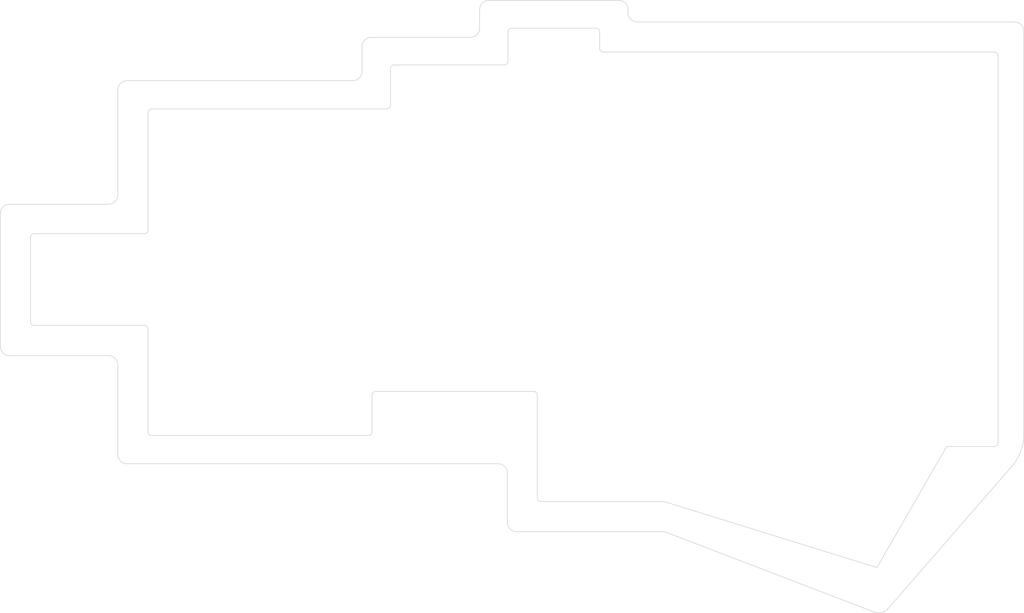
<source format=kicad_pcb>
(kicad_pcb (version 20211014) (generator pcbnew)

  (general
    (thickness 1.6)
  )

  (paper "A4")
  (layers
    (0 "F.Cu" signal)
    (31 "B.Cu" signal)
    (32 "B.Adhes" user "B.Adhesive")
    (33 "F.Adhes" user "F.Adhesive")
    (34 "B.Paste" user)
    (35 "F.Paste" user)
    (36 "B.SilkS" user "B.Silkscreen")
    (37 "F.SilkS" user "F.Silkscreen")
    (38 "B.Mask" user)
    (39 "F.Mask" user)
    (40 "Dwgs.User" user "User.Drawings")
    (41 "Cmts.User" user "User.Comments")
    (42 "Eco1.User" user "User.Eco1")
    (43 "Eco2.User" user "User.Eco2")
    (44 "Edge.Cuts" user)
    (45 "Margin" user)
    (46 "B.CrtYd" user "B.Courtyard")
    (47 "F.CrtYd" user "F.Courtyard")
    (48 "B.Fab" user)
    (49 "F.Fab" user)
    (50 "User.1" user)
    (51 "User.2" user)
    (52 "User.3" user)
    (53 "User.4" user)
    (54 "User.5" user)
    (55 "User.6" user)
    (56 "User.7" user)
    (57 "User.8" user)
    (58 "User.9" user)
  )

  (setup
    (stackup
      (layer "F.SilkS" (type "Top Silk Screen"))
      (layer "F.Paste" (type "Top Solder Paste"))
      (layer "F.Mask" (type "Top Solder Mask") (thickness 0.01))
      (layer "F.Cu" (type "copper") (thickness 0.035))
      (layer "dielectric 1" (type "core") (thickness 1.51) (material "FR4") (epsilon_r 4.5) (loss_tangent 0.02))
      (layer "B.Cu" (type "copper") (thickness 0.035))
      (layer "B.Mask" (type "Bottom Solder Mask") (thickness 0.01))
      (layer "B.Paste" (type "Bottom Solder Paste"))
      (layer "B.SilkS" (type "Bottom Silk Screen"))
      (copper_finish "None")
      (dielectric_constraints no)
    )
    (pad_to_mask_clearance 0)
    (pcbplotparams
      (layerselection 0x0001000_7ffffffe)
      (disableapertmacros false)
      (usegerberextensions true)
      (usegerberattributes false)
      (usegerberadvancedattributes false)
      (creategerberjobfile false)
      (svguseinch false)
      (svgprecision 6)
      (excludeedgelayer true)
      (plotframeref false)
      (viasonmask false)
      (mode 1)
      (useauxorigin false)
      (hpglpennumber 1)
      (hpglpenspeed 20)
      (hpglpendiameter 15.000000)
      (dxfpolygonmode true)
      (dxfimperialunits true)
      (dxfusepcbnewfont true)
      (psnegative false)
      (psa4output false)
      (plotreference true)
      (plotvalue true)
      (plotinvisibletext false)
      (sketchpadsonfab false)
      (subtractmaskfromsilk false)
      (outputformat 5)
      (mirror false)
      (drillshape 0)
      (scaleselection 1)
      (outputdirectory "../case/")
    )
  )

  (net 0 "")

  (gr_arc (start 128.25 -16.625) (mid 128.669856 -16.451121) (end 128.84375 -16.03125) (layer "Edge.Cuts") (width 0.1) (tstamp 02c4ce60-d9c4-4215-93d1-4547bfa6433e))
  (gr_arc (start -27.015625 27.609375) (mid -27.43547 27.43547) (end -27.609375 27.015625) (layer "Edge.Cuts") (width 0.1) (tstamp 05fb8650-70d5-4771-b7d6-b42a5adc932e))
  (gr_arc (start 30.578125 -8.015625) (mid 30.40422 -7.59578) (end 29.984375 -7.421875) (layer "Edge.Cuts") (width 0.1) (tstamp 0d1e272f-4d04-4035-b7ed-deefe6edcebb))
  (gr_line (start 120.53125 47.203125) (end 109.25 66.796875) (layer "Edge.Cuts") (width 0.1) (tstamp 12c51d09-b54b-425f-aa04-f1434a0317fa))
  (gr_line (start 74.8125 56.109375) (end 54.921875 56.109375) (layer "Edge.Cuts") (width 0.1) (tstamp 16074777-50ec-4fcd-bec3-1815068ab09a))
  (gr_arc (start -13.5 -10.5) (mid -13.06066 -11.560659) (end -12 -12) (layer "Edge.Cuts") (width 0.1) (tstamp 218688bd-bb85-4adc-b9d8-04e08a273e2d))
  (gr_line (start 75.618034 61.263932) (end 108.551317 73.897366) (layer "Edge.Cuts") (width 0.1) (tstamp 27ec786a-c993-4c9a-aeb1-c6fbf3519ef8))
  (gr_line (start 128.25 47.203125) (end 120.53125 47.203125) (layer "Edge.Cuts") (width 0.1) (tstamp 2ac775b1-5713-40e8-8bb8-075620f5a13d))
  (gr_arc (start 65.015625 -16.625) (mid 64.59578 -16.798905) (end 64.421875 -17.21875) (layer "Edge.Cuts") (width 0.1) (tstamp 2e04c139-3d8d-4bbd-8366-b1c04f2208d9))
  (gr_line (start 49.578125 -15.140625) (end 49.578125 -19.890625) (layer "Edge.Cuts") (width 0.1) (tstamp 3020572b-5780-4932-a461-20d3a94b58c6))
  (gr_line (start 50.171875 -20.484375) (end 63.828125 -20.484375) (layer "Edge.Cuts") (width 0.1) (tstamp 4137c9a6-1d5b-49d2-8c3c-d61c5574abcf))
  (gr_line (start 64.421875 -19.890625) (end 64.421875 -17.21875) (layer "Edge.Cuts") (width 0.1) (tstamp 4197e197-184b-4060-9315-a3a716ad9d5a))
  (gr_arc (start 45 -23.5) (mid 45.43934 -24.560659) (end 46.5 -25) (layer "Edge.Cuts") (width 0.1) (tstamp 442f5304-84ae-4aa0-a65d-ab6cc42867f2))
  (gr_line (start 67.5 -25) (end 49.5 -25) (layer "Edge.Cuts") (width 0.1) (tstamp 44736c8e-2607-4012-87f0-309a06a469e6))
  (gr_line (start 131 50.5) (end 111 73.5) (layer "Edge.Cuts") (width 0.1) (tstamp 476912c2-65da-47a3-88b5-d43cb60548ce))
  (gr_arc (start 128.84375 46.609375) (mid 128.669818 47.029171) (end 128.25 47.203125) (layer "Edge.Cuts") (width 0.1) (tstamp 488958a2-8985-4c98-b46c-a5a52746692a))
  (gr_line (start -27.015625 12.765625) (end -9.203125 12.765625) (layer "Edge.Cuts") (width 0.1) (tstamp 4a2ecf41-5a9a-495a-bd44-20ff1c53f52f))
  (gr_arc (start 48 50) (mid 49.06066 50.43934) (end 49.5 51.5) (layer "Edge.Cuts") (width 0.1) (tstamp 4fbe04c8-55e5-457f-9955-be3644559b6d))
  (gr_arc (start -15 32.5) (mid -13.93934 32.93934) (end -13.5 34) (layer "Edge.Cuts") (width 0.1) (tstamp 57e4007c-ceeb-4e9c-988c-c49637da2139))
  (gr_line (start 69 -23) (end 69 -23.5) (layer "Edge.Cuts") (width 0.1) (tstamp 58ceb97d-f09d-4cd4-8aff-3523383345b2))
  (gr_line (start 27.609375 44.828125) (end 27.609375 38.890625) (layer "Edge.Cuts") (width 0.1) (tstamp 58d4e486-1e5a-4d41-9700-ccc2a5b67928))
  (gr_line (start 30.578125 -8.015625) (end 30.578125 -13.953125) (layer "Edge.Cuts") (width 0.1) (tstamp 5ce00d27-1c27-43f9-8397-2d14c29fdb70))
  (gr_arc (start -8.609375 -6.828125) (mid -8.43547 -7.24797) (end -8.015625 -7.421875) (layer "Edge.Cuts") (width 0.1) (tstamp 5f3712bc-746a-49bc-973f-c93cf8995e82))
  (gr_arc (start 63.828125 -20.484375) (mid 64.24797 -20.31047) (end 64.421875 -19.890625) (layer "Edge.Cuts") (width 0.1) (tstamp 606655b4-40f3-42fe-94e7-953f5e4de847))
  (gr_line (start 31.171875 -14.546875) (end 48.984375 -14.546875) (layer "Edge.Cuts") (width 0.1) (tstamp 646ae507-98fb-4dd0-bef6-7da1aa02f015))
  (gr_arc (start 74.5 61) (mid 75.074382 61.066878) (end 75.618034 61.263932) (layer "Edge.Cuts") (width 0.1) (tstamp 69660601-3cac-47b7-951f-39fd2dc0cf4b))
  (gr_line (start -12 50) (end 48 50) (layer "Edge.Cuts") (width 0.1) (tstamp 6dc573fb-e0a8-46ef-8ead-5a396344f87f))
  (gr_arc (start 54.921875 56.109375) (mid 54.50203 55.93547) (end 54.328125 55.515625) (layer "Edge.Cuts") (width 0.1) (tstamp 6e527a48-774f-47e1-b290-e5fecfde7940))
  (gr_line (start -13.5 -10.5) (end -13.5 6.5) (layer "Edge.Cuts") (width 0.1) (tstamp 70921b80-4a63-4609-b176-62fef2423ae1))
  (gr_line (start 109.25 66.796875) (end 74.8125 56.109375) (layer "Edge.Cuts") (width 0.1) (tstamp 7b9d1605-a111-424f-bf2c-bdc6ac72ba97))
  (gr_line (start 128.84375 -16.03125) (end 128.84375 46.609375) (layer "Edge.Cuts") (width 0.1) (tstamp 7ed3c0a2-f59e-4e62-a83e-fab48e614c53))
  (gr_line (start -8.609375 12.171875) (end -8.609375 -6.828125) (layer "Edge.Cuts") (width 0.1) (tstamp 7fab9913-e0b9-4924-a734-7ebb1e5a86ae))
  (gr_arc (start 131.5 -21.5) (mid 132.56066 -21.06066) (end 133 -20) (layer "Edge.Cuts") (width 0.1) (tstamp 83e44ad1-ac8c-44be-ba11-dedd452ea5b2))
  (gr_line (start 51 61) (end 74.5 61) (layer "Edge.Cuts") (width 0.1) (tstamp 894ff266-3bed-4d51-a782-277a2684c80e))
  (gr_line (start -32.5 9.5) (end -32.5 31) (layer "Edge.Cuts") (width 0.1) (tstamp 89b5064c-ed6c-41c5-976b-b84fccb13b3a))
  (gr_arc (start 27.609375 38.890625) (mid 27.78328 38.47078) (end 28.203125 38.296875) (layer "Edge.Cuts") (width 0.1) (tstamp 8a150fcb-03f5-4c47-91a1-c3acae301dc8))
  (gr_line (start -27.015625 27.609375) (end -9.203125 27.609375) (layer "Edge.Cuts") (width 0.1) (tstamp 8b70c209-364c-423c-b2cf-5cad81048d8f))
  (gr_line (start -8.609375 44.828125) (end -8.609375 28.203125) (layer "Edge.Cuts") (width 0.1) (tstamp 8cbf1428-bf7c-43a2-9637-3f4c6d2ffd9d))
  (gr_arc (start 49.578125 -15.140625) (mid 49.40422 -14.72078) (end 48.984375 -14.546875) (layer "Edge.Cuts") (width 0.1) (tstamp 8df6d52f-bb56-4cd7-95ee-faf6dd02884e))
  (gr_arc (start 30.578125 -13.953125) (mid 30.75203 -14.37297) (end 31.171875 -14.546875) (layer "Edge.Cuts") (width 0.1) (tstamp 9108ba0f-f082-4a02-a835-c0abf0764ce0))
  (gr_line (start 24.5 -12) (end -12 -12) (layer "Edge.Cuts") (width 0.1) (tstamp 94b2485e-7f2e-4fca-a6e4-502d04f55b12))
  (gr_line (start 53.734375 38.296875) (end 28.203125 38.296875) (layer "Edge.Cuts") (width 0.1) (tstamp 96a56c56-74b5-41b9-b9fa-3311fd32c61a))
  (gr_line (start -8.015625 45.421875) (end -3.5625 45.421875) (layer "Edge.Cuts") (width 0.1) (tstamp 99e277c8-d5d4-4aa3-a473-f8b453c23333))
  (gr_arc (start -8.609375 12.171875) (mid -8.78328 12.59172) (end -9.203125 12.765625) (layer "Edge.Cuts") (width 0.1) (tstamp 9a3a0f9f-25a0-4181-8081-1c145fd53569))
  (gr_line (start 54.328125 55.515625) (end 54.328125 38.890625) (layer "Edge.Cuts") (width 0.1) (tstamp a0652589-0cb7-4119-b0d4-cacfba9523ff))
  (gr_arc (start -12 50) (mid -13.06066 49.56066) (end -13.5 48.5) (layer "Edge.Cuts") (width 0.1) (tstamp a121f28c-73f6-4d7e-b8d8-5898839a1036))
  (gr_arc (start 27.609375 44.828125) (mid 27.43547 45.24797) (end 27.015625 45.421875) (layer "Edge.Cuts") (width 0.1) (tstamp a5e92788-31f8-47b5-9001-f1154ac114fb))
  (gr_arc (start 45 -20.5) (mid 44.560661 -19.439339) (end 43.5 -19) (layer "Edge.Cuts") (width 0.1) (tstamp a68cb5bf-9ba0-46b6-a41b-341a3a9b0ad2))
  (gr_arc (start 49.578125 -19.890625) (mid 49.75203 -20.31047) (end 50.171875 -20.484375) (layer "Edge.Cuts") (width 0.1) (tstamp b239226a-66a9-4586-a259-c74263a309f4))
  (gr_line (start -15 8) (end -31 8) (layer "Edge.Cuts") (width 0.1) (tstamp b30ee230-04e8-4ce7-9ab6-e743c575f512))
  (gr_line (start 43.5 -19) (end 27.5 -19) (layer "Edge.Cuts") (width 0.1) (tstamp b55d8acc-2fc2-4f37-9502-37b84d374c79))
  (gr_arc (start 26 -13.5) (mid 25.560661 -12.439339) (end 24.5 -12) (layer "Edge.Cuts") (width 0.1) (tstamp b67b379c-b801-4870-977b-84679afb2c1d))
  (gr_line (start 49.5 -25) (end 46.5 -25) (layer "Edge.Cuts") (width 0.1) (tstamp b72c0686-5552-4514-9ca7-d20cb35bdbfa))
  (gr_arc (start -31 32.5) (mid -32.06066 32.06066) (end -32.5 31) (layer "Edge.Cuts") (width 0.1) (tstamp b7b2c7f3-7011-419a-8350-c9a63c4d631f))
  (gr_arc (start 53.734375 38.296875) (mid 54.15422 38.47078) (end 54.328125 38.890625) (layer "Edge.Cuts") (width 0.1) (tstamp bfafb4d4-9707-48c5-b03a-5cf3788ee4dd))
  (gr_arc (start -9.203125 27.609375) (mid -8.78328 27.78328) (end -8.609375 28.203125) (layer "Edge.Cuts") (width 0.1) (tstamp c861e1c8-bcf2-4be4-b679-999a69364e18))
  (gr_arc (start 51 61) (mid 49.93934 60.56066) (end 49.5 59.5) (layer "Edge.Cuts") (width 0.1) (tstamp c875a719-1398-4726-b8b4-d0ccc2d7d906))
  (gr_arc (start 67.5 -25) (mid 68.56066 -24.56066) (end 69 -23.5) (layer "Edge.Cuts") (width 0.1) (tstamp c9387d19-80dd-4bc7-b99c-aef79be521d6))
  (gr_arc (start 26 -17.5) (mid 26.43934 -18.560659) (end 27.5 -19) (layer "Edge.Cuts") (width 0.1) (tstamp d03cd4fb-bf55-4f12-8cc3-2b703f84102d))
  (gr_line (start -31 32.5) (end -15 32.5) (layer "Edge.Cuts") (width 0.1) (tstamp d31700c2-4782-4904-b7c2-74817f392504))
  (gr_arc (start -32.5 9.5) (mid -32.06066 8.439341) (end -31 8) (layer "Edge.Cuts") (width 0.1) (tstamp d7f11506-3cf3-4264-a2d8-9bfd8d267030))
  (gr_line (start 45 -23.5) (end 45 -20.5) (layer "Edge.Cuts") (width 0.1) (tstamp da7d168c-d5ec-4902-bf24-a2379f5e1825))
  (gr_arc (start 70.5 -21.5) (mid 69.43934 -21.93934) (end 69 -23) (layer "Edge.Cuts") (width 0.1) (tstamp dabf01b3-d359-43af-9a66-8df30507685f))
  (gr_line (start 49.5 51.5) (end 49.5 59.5) (layer "Edge.Cuts") (width 0.1) (tstamp e15bcd9d-1b43-45b3-951d-e1d6c8b96be3))
  (gr_arc (start 111 73.5) (mid 109.839798 74.093929) (end 108.551317 73.897366) (layer "Edge.Cuts") (width 0.1) (tstamp e18dcd3f-34fd-4bf6-81b6-6961fac8a089))
  (gr_line (start -27.609375 13.359375) (end -27.609375 27.015625) (layer "Edge.Cuts") (width 0.1) (tstamp e1cb516e-fe6d-4857-a841-eb1a729c5a26))
  (gr_line (start 26 -17.5) (end 26 -13.5) (layer "Edge.Cuts") (width 0.1) (tstamp e5269a41-5094-401e-97ba-b6af70afd065))
  (gr_arc (start 133 45.5) (mid 132.441144 48.176458) (end 131 50.5) (layer "Edge.Cuts") (width 0.1) (tstamp e816877b-7ebe-4bbf-96a3-a5178b5a0860))
  (gr_arc (start -27.609375 13.359375) (mid -27.43547 12.93953) (end -27.015625 12.765625) (layer "Edge.Cuts") (width 0.1) (tstamp e85ee967-c194-4f87-b613-7c3c5a6fdf5e))
  (gr_arc (start -13.5 6.5) (mid -13.939339 7.560661) (end -15 8) (layer "Edge.Cuts") (width 0.1) (tstamp ee29a84b-bdde-4869-8341-070f8a269ce6))
  (gr_line (start -13.5 34) (end -13.5 48.5) (layer "Edge.Cuts") (width 0.1) (tstamp f2c9d565-1cae-4139-bc74-0f3fd704ad88))
  (gr_line (start 70.5 -21.5) (end 131.5 -21.5) (layer "Edge.Cuts") (width 0.1) (tstamp f7cb0aad-2a7f-406b-9696-4f8bb23496ef))
  (gr_line (start -3.5625 45.421875) (end 27.015625 45.421875) (layer "Edge.Cuts") (width 0.1) (tstamp f8467997-d167-4151-9d35-3d33b36ddfc7))
  (gr_arc (start -8.015625 45.421875) (mid -8.43547 45.24797) (end -8.609375 44.828125) (layer "Edge.Cuts") (width 0.1) (tstamp fa4c55ed-90ee-48f9-a7b1-fdbab8db60e8))
  (gr_line (start 133 -20) (end 133 45.5) (layer "Edge.Cuts") (width 0.1) (tstamp fb20bfc5-ff5e-46f5-99da-db5bc038fab4))
  (gr_line (start -8.015625 -7.421875) (end 29.984375 -7.421875) (layer "Edge.Cuts") (width 0.1) (tstamp fd7d3594-9c69-429c-b5a6-405627db1ad8))
  (gr_line (start 128.25 -16.625) (end 65.015625 -16.625) (layer "Edge.Cuts") (width 0.1) (tstamp fda86808-c296-4771-a4ca-0e97a5f2f2cd))

)

</source>
